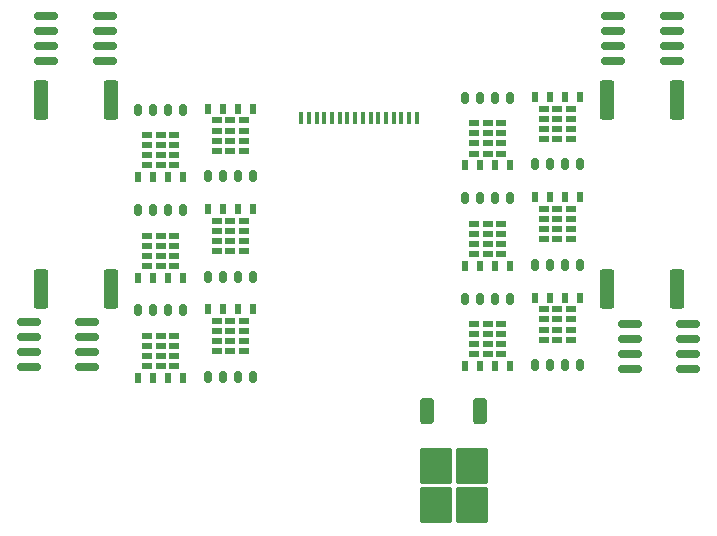
<source format=gbr>
%TF.GenerationSoftware,KiCad,Pcbnew,8.0.2*%
%TF.CreationDate,2024-05-05T15:17:45+02:00*%
%TF.ProjectId,motor_unicorn,6d6f746f-725f-4756-9e69-636f726e2e6b,rev?*%
%TF.SameCoordinates,Original*%
%TF.FileFunction,Paste,Bot*%
%TF.FilePolarity,Positive*%
%FSLAX46Y46*%
G04 Gerber Fmt 4.6, Leading zero omitted, Abs format (unit mm)*
G04 Created by KiCad (PCBNEW 8.0.2) date 2024-05-05 15:17:45*
%MOMM*%
%LPD*%
G01*
G04 APERTURE LIST*
G04 Aperture macros list*
%AMRoundRect*
0 Rectangle with rounded corners*
0 $1 Rounding radius*
0 $2 $3 $4 $5 $6 $7 $8 $9 X,Y pos of 4 corners*
0 Add a 4 corners polygon primitive as box body*
4,1,4,$2,$3,$4,$5,$6,$7,$8,$9,$2,$3,0*
0 Add four circle primitives for the rounded corners*
1,1,$1+$1,$2,$3*
1,1,$1+$1,$4,$5*
1,1,$1+$1,$6,$7*
1,1,$1+$1,$8,$9*
0 Add four rect primitives between the rounded corners*
20,1,$1+$1,$2,$3,$4,$5,0*
20,1,$1+$1,$4,$5,$6,$7,0*
20,1,$1+$1,$6,$7,$8,$9,0*
20,1,$1+$1,$8,$9,$2,$3,0*%
G04 Aperture macros list end*
%ADD10R,0.900000X0.600000*%
%ADD11R,0.600000X0.900000*%
%ADD12RoundRect,0.150000X0.150000X0.375000X-0.150000X0.375000X-0.150000X-0.375000X0.150000X-0.375000X0*%
%ADD13RoundRect,0.250000X0.362500X1.425000X-0.362500X1.425000X-0.362500X-1.425000X0.362500X-1.425000X0*%
%ADD14RoundRect,0.150000X-0.825000X-0.150000X0.825000X-0.150000X0.825000X0.150000X-0.825000X0.150000X0*%
%ADD15RoundRect,0.150000X-0.150000X-0.375000X0.150000X-0.375000X0.150000X0.375000X-0.150000X0.375000X0*%
%ADD16RoundRect,0.250000X-0.362500X-1.425000X0.362500X-1.425000X0.362500X1.425000X-0.362500X1.425000X0*%
%ADD17R,0.350000X1.000000*%
%ADD18RoundRect,0.150000X0.825000X0.150000X-0.825000X0.150000X-0.825000X-0.150000X0.825000X-0.150000X0*%
%ADD19RoundRect,0.250000X-0.350000X0.850000X-0.350000X-0.850000X0.350000X-0.850000X0.350000X0.850000X0*%
%ADD20RoundRect,0.250000X-1.125000X1.275000X-1.125000X-1.275000X1.125000X-1.275000X1.125000X1.275000X0*%
G04 APERTURE END LIST*
D10*
%TO.C,Q4*%
X-15650000Y5050001D03*
X-16800000Y5050001D03*
X-17950000Y5050001D03*
X-15650000Y4200001D03*
X-16800000Y4200001D03*
X-17950000Y4200001D03*
X-15650000Y3350001D03*
X-16800000Y3350001D03*
X-17950000Y3350001D03*
X-15650000Y2500001D03*
X-16800000Y2500001D03*
X-17950000Y2500001D03*
D11*
X-14895000Y1500001D03*
X-16165000Y1500001D03*
X-17435000Y1500001D03*
X-18705000Y1500001D03*
D12*
X-16165000Y7225001D03*
X-17435000Y7225001D03*
X-18705000Y7225001D03*
X-14895000Y7225001D03*
%TD*%
D13*
%TO.C,R24*%
X26962500Y16500000D03*
X21037500Y16500000D03*
%TD*%
%TO.C,R15*%
X-21037500Y16500000D03*
X-26962500Y16500000D03*
%TD*%
D14*
%TO.C,U8*%
X-26475000Y19845000D03*
X-26475000Y21115000D03*
X-26475000Y22385000D03*
X-26475000Y23655000D03*
X-21525000Y23655000D03*
X-21525000Y22385000D03*
X-21525000Y21115000D03*
X-21525000Y19845000D03*
%TD*%
D10*
%TO.C,Q8*%
X-12050000Y-4750000D03*
X-10900000Y-4750000D03*
X-9750000Y-4750000D03*
X-12050000Y-3900000D03*
X-10900000Y-3900000D03*
X-9750000Y-3900000D03*
X-12050000Y-3050000D03*
X-10900000Y-3050000D03*
X-9750000Y-3050000D03*
X-12050000Y-2200000D03*
X-10900000Y-2200000D03*
X-9750000Y-2200000D03*
D11*
X-12805000Y-1200000D03*
X-11535000Y-1200000D03*
X-10265000Y-1200000D03*
X-8995000Y-1200000D03*
D15*
X-11535000Y-6925000D03*
X-10265000Y-6925000D03*
X-8995000Y-6925000D03*
X-12805000Y-6925000D03*
%TD*%
D16*
%TO.C,R25*%
X21037500Y500000D03*
X26962500Y500000D03*
%TD*%
D10*
%TO.C,Q11*%
X12050000Y14550000D03*
X10900000Y14550000D03*
X9750000Y14550000D03*
X12050000Y13700000D03*
X10900000Y13700000D03*
X9750000Y13700000D03*
X12050000Y12850000D03*
X10900000Y12850000D03*
X9750000Y12850000D03*
X12050000Y12000000D03*
X10900000Y12000000D03*
X9750000Y12000000D03*
D11*
X12805000Y11000000D03*
X11535000Y11000000D03*
X10265000Y11000000D03*
X8995000Y11000000D03*
D12*
X11535000Y16725000D03*
X10265000Y16725000D03*
X8995000Y16725000D03*
X12805000Y16725000D03*
%TD*%
D14*
%TO.C,U14*%
X21525000Y19845000D03*
X21525000Y21115000D03*
X21525000Y22385000D03*
X21525000Y23655000D03*
X26475000Y23655000D03*
X26475000Y22385000D03*
X26475000Y21115000D03*
X26475000Y19845000D03*
%TD*%
D10*
%TO.C,Q10*%
X-12050000Y3750000D03*
X-10900000Y3750000D03*
X-9750000Y3750000D03*
X-12050000Y4600000D03*
X-10900000Y4600000D03*
X-9750000Y4600000D03*
X-12050000Y5450000D03*
X-10900000Y5450000D03*
X-9750000Y5450000D03*
X-12050000Y6300000D03*
X-10900000Y6300000D03*
X-9750000Y6300000D03*
D11*
X-12805000Y7300000D03*
X-11535000Y7300000D03*
X-10265000Y7300000D03*
X-8995000Y7300000D03*
D15*
X-11535000Y1575000D03*
X-10265000Y1575000D03*
X-8995000Y1575000D03*
X-12805000Y1575000D03*
%TD*%
D10*
%TO.C,Q6*%
X15650000Y-3750000D03*
X16800000Y-3750000D03*
X17950000Y-3750000D03*
X15650000Y-2900000D03*
X16800000Y-2900000D03*
X17950000Y-2900000D03*
X15650000Y-2050000D03*
X16800000Y-2050000D03*
X17950000Y-2050000D03*
X15650000Y-1200000D03*
X16800000Y-1200000D03*
X17950000Y-1200000D03*
D11*
X14895000Y-200000D03*
X16165000Y-200000D03*
X17435000Y-200000D03*
X18705000Y-200000D03*
D15*
X16165000Y-5925000D03*
X17435000Y-5925000D03*
X18705000Y-5925000D03*
X14895000Y-5925000D03*
%TD*%
D10*
%TO.C,Q13*%
X12050000Y6050000D03*
X10900000Y6050000D03*
X9750000Y6050000D03*
X12050000Y5200000D03*
X10900000Y5200000D03*
X9750000Y5200000D03*
X12050000Y4350000D03*
X10900000Y4350000D03*
X9750000Y4350000D03*
X12050000Y3500000D03*
X10900000Y3500000D03*
X9750000Y3500000D03*
D11*
X12805000Y2500000D03*
X11535000Y2500000D03*
X10265000Y2500000D03*
X8995000Y2500000D03*
D12*
X11535000Y8225000D03*
X10265000Y8225000D03*
X8995000Y8225000D03*
X12805000Y8225000D03*
%TD*%
D17*
%TO.C,U16*%
X-4875000Y15000000D03*
X-4225000Y15000000D03*
X-3575000Y15000000D03*
X-2925000Y15000000D03*
X-2275000Y15000000D03*
X-1625000Y15000000D03*
X-975000Y15000000D03*
X-325000Y15000000D03*
X325000Y15000000D03*
X975000Y15000000D03*
X1625000Y15000000D03*
X2275000Y15000000D03*
X2925000Y15000000D03*
X3575000Y15000000D03*
X4225000Y15000000D03*
X4875000Y15000000D03*
%TD*%
D18*
%TO.C,U7*%
X-23025000Y-2295000D03*
X-23025000Y-3565000D03*
X-23025000Y-4835000D03*
X-23025000Y-6105000D03*
X-27975000Y-6105000D03*
X-27975000Y-4835000D03*
X-27975000Y-3565000D03*
X-27975000Y-2295000D03*
%TD*%
%TO.C,U15*%
X27875000Y-2395000D03*
X27875000Y-3665000D03*
X27875000Y-4935000D03*
X27875000Y-6205000D03*
X22925000Y-6205000D03*
X22925000Y-4935000D03*
X22925000Y-3665000D03*
X22925000Y-2395000D03*
%TD*%
D10*
%TO.C,Q9*%
X-12050000Y12250000D03*
X-10900000Y12250000D03*
X-9750000Y12250000D03*
X-12050000Y13100000D03*
X-10900000Y13100000D03*
X-9750000Y13100000D03*
X-12050000Y13950000D03*
X-10900000Y13950000D03*
X-9750000Y13950000D03*
X-12050000Y14800000D03*
X-10900000Y14800000D03*
X-9750000Y14800000D03*
D11*
X-12805000Y15800000D03*
X-11535000Y15800000D03*
X-10265000Y15800000D03*
X-8995000Y15800000D03*
D15*
X-11535000Y10075000D03*
X-10265000Y10075000D03*
X-8995000Y10075000D03*
X-12805000Y10075000D03*
%TD*%
D19*
%TO.C,Q1*%
X5722500Y-9800000D03*
D20*
X9527500Y-14425000D03*
X6477500Y-14425000D03*
X9527500Y-17775000D03*
X6477500Y-17775000D03*
D19*
X10282500Y-9800000D03*
%TD*%
D10*
%TO.C,Q2*%
X-15650000Y-3449999D03*
X-16800000Y-3449999D03*
X-17950000Y-3449999D03*
X-15650000Y-4299999D03*
X-16800000Y-4299999D03*
X-17950000Y-4299999D03*
X-15650000Y-5149999D03*
X-16800000Y-5149999D03*
X-17950000Y-5149999D03*
X-15650000Y-5999999D03*
X-16800000Y-5999999D03*
X-17950000Y-5999999D03*
D11*
X-14895000Y-6999999D03*
X-16165000Y-6999999D03*
X-17435000Y-6999999D03*
X-18705000Y-6999999D03*
D12*
X-16165000Y-1274999D03*
X-17435000Y-1274999D03*
X-18705000Y-1274999D03*
X-14895000Y-1274999D03*
%TD*%
D10*
%TO.C,Q5*%
X15650000Y13250000D03*
X16800000Y13250000D03*
X17950000Y13250000D03*
X15650000Y14100000D03*
X16800000Y14100000D03*
X17950000Y14100000D03*
X15650000Y14950000D03*
X16800000Y14950000D03*
X17950000Y14950000D03*
X15650000Y15800000D03*
X16800000Y15800000D03*
X17950000Y15800000D03*
D11*
X14895000Y16800000D03*
X16165000Y16800000D03*
X17435000Y16800000D03*
X18705000Y16800000D03*
D15*
X16165000Y11075000D03*
X17435000Y11075000D03*
X18705000Y11075000D03*
X14895000Y11075000D03*
%TD*%
D10*
%TO.C,Q12*%
X12050000Y-2450000D03*
X10900000Y-2450000D03*
X9750000Y-2450000D03*
X12050000Y-3300000D03*
X10900000Y-3300000D03*
X9750000Y-3300000D03*
X12050000Y-4150000D03*
X10900000Y-4150000D03*
X9750000Y-4150000D03*
X12050000Y-5000000D03*
X10900000Y-5000000D03*
X9750000Y-5000000D03*
D11*
X12805000Y-6000000D03*
X11535000Y-6000000D03*
X10265000Y-6000000D03*
X8995000Y-6000000D03*
D12*
X11535000Y-275000D03*
X10265000Y-275000D03*
X8995000Y-275000D03*
X12805000Y-275000D03*
%TD*%
D16*
%TO.C,R14*%
X-26962500Y500000D03*
X-21037500Y500000D03*
%TD*%
D10*
%TO.C,Q3*%
X-15650000Y13550001D03*
X-16800000Y13550001D03*
X-17950000Y13550001D03*
X-15650000Y12700001D03*
X-16800000Y12700001D03*
X-17950000Y12700001D03*
X-15650000Y11850001D03*
X-16800000Y11850001D03*
X-17950000Y11850001D03*
X-15650000Y11000001D03*
X-16800000Y11000001D03*
X-17950000Y11000001D03*
D11*
X-14895000Y10000001D03*
X-16165000Y10000001D03*
X-17435000Y10000001D03*
X-18705000Y10000001D03*
D12*
X-16165000Y15725001D03*
X-17435000Y15725001D03*
X-18705000Y15725001D03*
X-14895000Y15725001D03*
%TD*%
D10*
%TO.C,Q7*%
X15650000Y4750000D03*
X16800000Y4750000D03*
X17950000Y4750000D03*
X15650000Y5600000D03*
X16800000Y5600000D03*
X17950000Y5600000D03*
X15650000Y6450000D03*
X16800000Y6450000D03*
X17950000Y6450000D03*
X15650000Y7300000D03*
X16800000Y7300000D03*
X17950000Y7300000D03*
D11*
X14895000Y8300000D03*
X16165000Y8300000D03*
X17435000Y8300000D03*
X18705000Y8300000D03*
D15*
X16165000Y2575000D03*
X17435000Y2575000D03*
X18705000Y2575000D03*
X14895000Y2575000D03*
%TD*%
M02*

</source>
